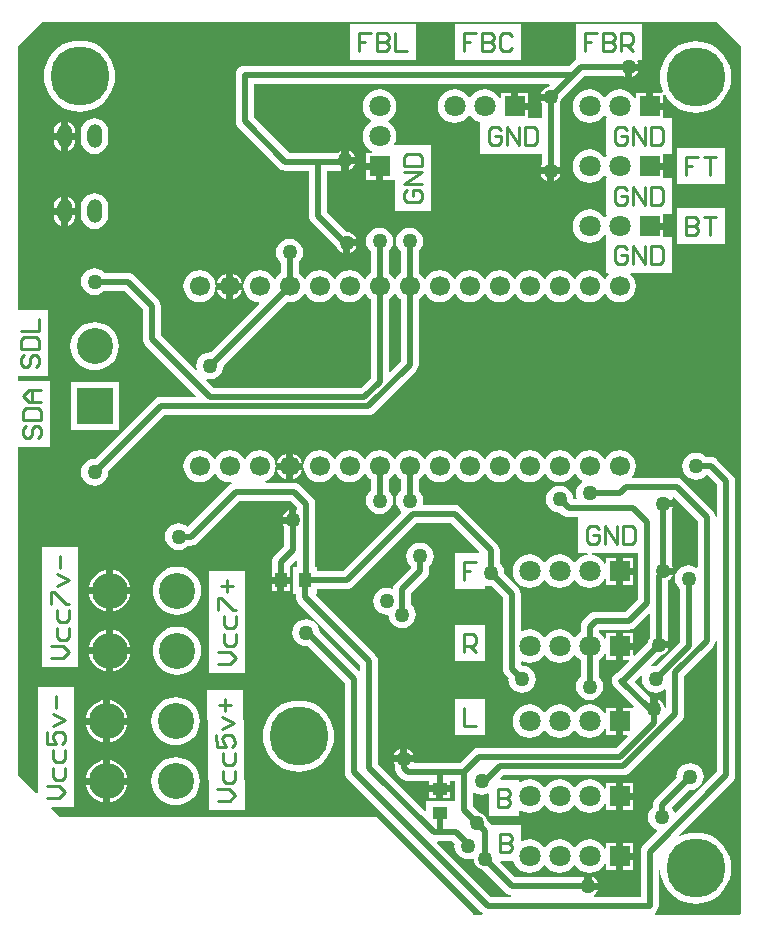
<source format=gtl>
G04 Layer_Physical_Order=1*
G04 Layer_Color=255*
%FSLAX24Y24*%
%MOIN*%
G70*
G01*
G75*
%ADD10R,0.0500X0.0400*%
%ADD11R,0.0400X0.0500*%
%ADD12C,0.0197*%
%ADD13C,0.0100*%
%ADD14C,0.1200*%
%ADD15R,0.1200X0.1200*%
%ADD16C,0.0669*%
%ADD17C,0.0709*%
%ADD18R,0.0709X0.0709*%
%ADD19R,0.0709X0.0709*%
%ADD20O,0.0500X0.0800*%
%ADD21C,0.1969*%
%ADD22C,0.0500*%
G36*
X9328Y23146D02*
X9309Y23100D01*
X8500D01*
Y21900D01*
X9500D01*
Y22001D01*
X9541Y22029D01*
X9583Y22012D01*
X9700Y21996D01*
X9725Y21999D01*
X10099Y21625D01*
Y19250D01*
X10109Y19172D01*
X10139Y19100D01*
X10187Y19037D01*
X10299Y18925D01*
X10296Y18900D01*
X10312Y18783D01*
X10357Y18673D01*
X10429Y18579D01*
X10523Y18507D01*
X10633Y18462D01*
X10750Y18446D01*
X10867Y18462D01*
X10977Y18507D01*
X11071Y18579D01*
X11143Y18673D01*
X11188Y18783D01*
X11204Y18900D01*
X11188Y19017D01*
X11143Y19127D01*
X11071Y19221D01*
X10977Y19293D01*
X10867Y19338D01*
X10750Y19354D01*
X10742Y19353D01*
X10701Y19390D01*
Y19470D01*
X10751Y19503D01*
X10855Y19460D01*
X11000Y19441D01*
X11145Y19460D01*
X11280Y19516D01*
X11395Y19605D01*
X11470Y19701D01*
X11478Y19705D01*
X11522D01*
X11530Y19701D01*
X11605Y19605D01*
X11720Y19516D01*
X11855Y19460D01*
X12000Y19441D01*
X12145Y19460D01*
X12280Y19516D01*
X12395Y19605D01*
X12470Y19701D01*
X12478Y19705D01*
X12522D01*
X12530Y19701D01*
X12605Y19605D01*
X12699Y19532D01*
Y18986D01*
X12679Y18971D01*
X12607Y18877D01*
X12562Y18767D01*
X12546Y18650D01*
X12562Y18533D01*
X12607Y18423D01*
X12679Y18329D01*
X12773Y18257D01*
X12883Y18212D01*
X13000Y18196D01*
X13117Y18212D01*
X13227Y18257D01*
X13321Y18329D01*
X13393Y18423D01*
X13438Y18533D01*
X13454Y18650D01*
X13438Y18767D01*
X13393Y18877D01*
X13321Y18971D01*
X13301Y18986D01*
Y19532D01*
X13395Y19605D01*
X13484Y19720D01*
X13496Y19748D01*
X13546Y19738D01*
Y19546D01*
X13880D01*
Y20000D01*
Y20454D01*
X13546D01*
Y20262D01*
X13496Y20252D01*
X13484Y20280D01*
X13395Y20395D01*
X13301Y20468D01*
Y20525D01*
X13325Y20549D01*
X14300D01*
X14378Y20559D01*
X14451Y20589D01*
X14513Y20637D01*
X14953Y21077D01*
X14999Y21058D01*
Y20233D01*
X14994Y20227D01*
X14959Y20141D01*
X14958Y20134D01*
X14501Y19676D01*
X14454Y19695D01*
Y19880D01*
X14120D01*
Y19546D01*
X14305D01*
X14324Y19499D01*
X13960Y19136D01*
X13900Y19111D01*
X13837Y19063D01*
X13789Y19001D01*
X13759Y18928D01*
X13749Y18850D01*
X13759Y18772D01*
X13789Y18700D01*
X13837Y18637D01*
X14481Y17993D01*
X14449Y17954D01*
X14120D01*
Y17500D01*
Y17046D01*
X14255D01*
X14274Y16999D01*
X13875Y16601D01*
X9300D01*
X9222Y16591D01*
X9150Y16561D01*
X9087Y16513D01*
X8675Y16101D01*
X7162D01*
X7143Y16130D01*
X6471D01*
X6494Y16073D01*
X6499Y16067D01*
Y15950D01*
X6509Y15872D01*
X6539Y15799D01*
X6587Y15737D01*
X6737Y15587D01*
X6799Y15539D01*
X6872Y15509D01*
X6950Y15499D01*
X7650D01*
Y15370D01*
X8350D01*
Y15499D01*
X8499D01*
Y14852D01*
X8450Y14850D01*
X8450Y14850D01*
X8450Y14850D01*
X7550D01*
Y14541D01*
X7504Y14522D01*
X5951Y16075D01*
Y19500D01*
X5941Y19578D01*
X5911Y19650D01*
X5863Y19713D01*
X3872Y21704D01*
X3891Y21750D01*
X3900D01*
Y21899D01*
X4900D01*
X4978Y21909D01*
X5051Y21939D01*
X5113Y21987D01*
X7225Y24099D01*
X8375D01*
X9328Y23146D01*
D02*
G37*
G36*
X16599Y24175D02*
Y22644D01*
X16554Y22622D01*
X16527Y22643D01*
X16417Y22688D01*
X16300Y22704D01*
X16183Y22688D01*
X16073Y22643D01*
X15979Y22571D01*
X15907Y22477D01*
X15862Y22367D01*
X15846Y22250D01*
X15862Y22133D01*
X15907Y22023D01*
X15979Y21929D01*
X15999Y21914D01*
Y20125D01*
X15225Y19351D01*
X15200Y19354D01*
X15085Y19339D01*
X15081Y19342D01*
X15061Y19386D01*
X15384Y19708D01*
X15391Y19709D01*
X15477Y19744D01*
X15550Y19800D01*
X15606Y19873D01*
X15629Y19930D01*
X15300D01*
Y20170D01*
X15629D01*
X15606Y20227D01*
X15601Y20233D01*
Y22184D01*
X15627Y22194D01*
X15700Y22250D01*
X15756Y22323D01*
X15779Y22380D01*
X15450D01*
Y22620D01*
X15779D01*
X15756Y22677D01*
X15751Y22683D01*
Y24567D01*
X15756Y24573D01*
X15779Y24630D01*
X15450D01*
Y24870D01*
X15779D01*
X15760Y24917D01*
X15770Y24950D01*
X15784Y24972D01*
X15800Y24974D01*
X16599Y24175D01*
D02*
G37*
G36*
X12533Y25730D02*
X12619Y25619D01*
X12730Y25533D01*
X12739Y25530D01*
X12746Y25472D01*
X12679Y25421D01*
X12607Y25327D01*
X12562Y25217D01*
X12546Y25100D01*
X12562Y24983D01*
X12578Y24943D01*
X12550Y24901D01*
X12454D01*
X12438Y25017D01*
X12393Y25127D01*
X12321Y25221D01*
X12227Y25293D01*
X12117Y25338D01*
X12000Y25354D01*
X11883Y25338D01*
X11773Y25293D01*
X11679Y25221D01*
X11607Y25127D01*
X11562Y25017D01*
X11546Y24900D01*
X11562Y24783D01*
X11607Y24673D01*
X11679Y24579D01*
X11773Y24507D01*
X11883Y24462D01*
X12000Y24446D01*
X12025Y24449D01*
X12087Y24387D01*
X12149Y24339D01*
X12222Y24309D01*
X12300Y24299D01*
X12600D01*
Y23100D01*
X12928D01*
X12931Y23050D01*
X12855Y23040D01*
X12720Y22984D01*
X12605Y22895D01*
X12530Y22799D01*
X12522Y22795D01*
X12478D01*
X12470Y22799D01*
X12395Y22895D01*
X12280Y22984D01*
X12145Y23040D01*
X12000Y23059D01*
X11855Y23040D01*
X11720Y22984D01*
X11605Y22895D01*
X11530Y22799D01*
X11522Y22795D01*
X11478D01*
X11470Y22799D01*
X11395Y22895D01*
X11280Y22984D01*
X11145Y23040D01*
X11000Y23059D01*
X10855Y23040D01*
X10720Y22984D01*
X10605Y22895D01*
X10516Y22780D01*
X10460Y22645D01*
X10441Y22500D01*
X10460Y22355D01*
X10516Y22220D01*
X10605Y22105D01*
X10720Y22016D01*
X10855Y21960D01*
X11000Y21941D01*
X11145Y21960D01*
X11280Y22016D01*
X11395Y22105D01*
X11470Y22201D01*
X11478Y22205D01*
X11522D01*
X11530Y22201D01*
X11605Y22105D01*
X11720Y22016D01*
X11855Y21960D01*
X12000Y21941D01*
X12145Y21960D01*
X12280Y22016D01*
X12395Y22105D01*
X12470Y22201D01*
X12478Y22205D01*
X12522D01*
X12530Y22201D01*
X12605Y22105D01*
X12720Y22016D01*
X12855Y21960D01*
X13000Y21941D01*
X13145Y21960D01*
X13280Y22016D01*
X13395Y22105D01*
X13484Y22220D01*
X13496Y22248D01*
X13546Y22238D01*
Y22046D01*
X13880D01*
Y22500D01*
Y22954D01*
X13546D01*
Y22762D01*
X13496Y22752D01*
X13484Y22780D01*
X13395Y22895D01*
X13280Y22984D01*
X13145Y23040D01*
X13069Y23050D01*
X13073Y23100D01*
X14599D01*
Y21575D01*
X14175Y21151D01*
X13200D01*
X13122Y21141D01*
X13049Y21111D01*
X12987Y21063D01*
X12787Y20863D01*
X12739Y20800D01*
X12709Y20728D01*
X12699Y20650D01*
Y20468D01*
X12605Y20395D01*
X12530Y20299D01*
X12522Y20295D01*
X12478D01*
X12470Y20299D01*
X12395Y20395D01*
X12280Y20484D01*
X12145Y20540D01*
X12000Y20559D01*
X11855Y20540D01*
X11720Y20484D01*
X11605Y20395D01*
X11530Y20299D01*
X11522Y20295D01*
X11478D01*
X11470Y20299D01*
X11395Y20395D01*
X11280Y20484D01*
X11145Y20540D01*
X11000Y20559D01*
X10855Y20540D01*
X10751Y20497D01*
X10701Y20530D01*
Y21750D01*
X10691Y21828D01*
X10661Y21900D01*
X10613Y21963D01*
X10151Y22425D01*
X10154Y22450D01*
X10138Y22567D01*
X10093Y22677D01*
X10021Y22771D01*
X10001Y22786D01*
Y23200D01*
X9991Y23278D01*
X9961Y23351D01*
X9913Y23413D01*
X8713Y24613D01*
X8651Y24661D01*
X8578Y24691D01*
X8500Y24701D01*
X7474D01*
X7441Y24751D01*
X7454Y24850D01*
X7438Y24967D01*
X7393Y25077D01*
X7321Y25171D01*
X7301Y25186D01*
Y25557D01*
X7381Y25619D01*
X7467Y25730D01*
X7475Y25750D01*
X7525D01*
X7533Y25730D01*
X7619Y25619D01*
X7730Y25533D01*
X7860Y25479D01*
X8000Y25461D01*
X8140Y25479D01*
X8270Y25533D01*
X8381Y25619D01*
X8467Y25730D01*
X8475Y25750D01*
X8525D01*
X8533Y25730D01*
X8619Y25619D01*
X8730Y25533D01*
X8860Y25479D01*
X9000Y25461D01*
X9140Y25479D01*
X9270Y25533D01*
X9381Y25619D01*
X9467Y25730D01*
X9475Y25750D01*
X9525D01*
X9533Y25730D01*
X9619Y25619D01*
X9730Y25533D01*
X9860Y25479D01*
X10000Y25461D01*
X10140Y25479D01*
X10270Y25533D01*
X10381Y25619D01*
X10467Y25730D01*
X10475Y25750D01*
X10525D01*
X10533Y25730D01*
X10619Y25619D01*
X10730Y25533D01*
X10860Y25479D01*
X11000Y25461D01*
X11140Y25479D01*
X11270Y25533D01*
X11381Y25619D01*
X11467Y25730D01*
X11475Y25750D01*
X11525D01*
X11533Y25730D01*
X11619Y25619D01*
X11730Y25533D01*
X11860Y25479D01*
X12000Y25461D01*
X12140Y25479D01*
X12270Y25533D01*
X12381Y25619D01*
X12467Y25730D01*
X12475Y25750D01*
X12525D01*
X12533Y25730D01*
D02*
G37*
G36*
X14758Y19019D02*
X14761Y19015D01*
X14746Y18900D01*
X14762Y18783D01*
X14807Y18673D01*
X14879Y18579D01*
X14973Y18507D01*
X15083Y18462D01*
X15200Y18446D01*
X15317Y18462D01*
X15427Y18507D01*
X15499Y18562D01*
X15549Y18538D01*
Y17934D01*
X15499Y17931D01*
X15491Y17991D01*
X15456Y18077D01*
X15400Y18150D01*
X15327Y18206D01*
X15270Y18229D01*
Y17900D01*
X15030D01*
Y18296D01*
X14526Y18800D01*
Y18850D01*
X14714Y19039D01*
X14758Y19019D01*
D02*
G37*
G36*
X18050Y40000D02*
Y39950D01*
Y11100D01*
X18000Y11050D01*
X15181D01*
X15164Y11100D01*
X15213Y11137D01*
X15261Y11200D01*
X15291Y11272D01*
X15301Y11350D01*
Y12552D01*
X15351Y12554D01*
X15362Y12413D01*
X15406Y12231D01*
X15477Y12059D01*
X15574Y11900D01*
X15695Y11758D01*
X15837Y11637D01*
X15996Y11540D01*
X16168Y11469D01*
X16350Y11425D01*
X16535Y11411D01*
X16721Y11425D01*
X16903Y11469D01*
X17075Y11540D01*
X17234Y11637D01*
X17375Y11758D01*
X17496Y11900D01*
X17594Y12059D01*
X17665Y12231D01*
X17709Y12413D01*
X17723Y12598D01*
X17709Y12784D01*
X17665Y12966D01*
X17594Y13138D01*
X17496Y13297D01*
X17375Y13438D01*
X17234Y13559D01*
X17075Y13657D01*
X16903Y13728D01*
X16721Y13772D01*
X16535Y13786D01*
X16350Y13772D01*
X16168Y13728D01*
X16008Y13662D01*
X15980Y13704D01*
X17763Y15487D01*
X17811Y15549D01*
X17841Y15622D01*
X17851Y15700D01*
Y25500D01*
X17841Y25578D01*
X17811Y25650D01*
X17763Y25713D01*
X17263Y26213D01*
X17200Y26261D01*
X17128Y26291D01*
X17050Y26301D01*
X16886D01*
X16871Y26321D01*
X16777Y26393D01*
X16667Y26438D01*
X16550Y26454D01*
X16433Y26438D01*
X16323Y26393D01*
X16229Y26321D01*
X16157Y26227D01*
X16112Y26117D01*
X16096Y26000D01*
X16112Y25883D01*
X16157Y25773D01*
X16229Y25679D01*
X16323Y25607D01*
X16433Y25562D01*
X16550Y25546D01*
X16667Y25562D01*
X16777Y25607D01*
X16871Y25679D01*
X16879Y25690D01*
X16932Y25692D01*
X17249Y25375D01*
Y24318D01*
X17199Y24315D01*
X17191Y24378D01*
X17161Y24451D01*
X17113Y24513D01*
X16113Y25513D01*
X16050Y25561D01*
X15978Y25591D01*
X15900Y25601D01*
X14431D01*
X14406Y25651D01*
X14467Y25730D01*
X14521Y25860D01*
X14539Y26000D01*
X14521Y26140D01*
X14467Y26270D01*
X14381Y26381D01*
X14270Y26467D01*
X14140Y26521D01*
X14000Y26539D01*
X13860Y26521D01*
X13730Y26467D01*
X13619Y26381D01*
X13533Y26270D01*
X13525Y26250D01*
X13475D01*
X13467Y26270D01*
X13381Y26381D01*
X13270Y26467D01*
X13140Y26521D01*
X13000Y26539D01*
X12860Y26521D01*
X12730Y26467D01*
X12619Y26381D01*
X12533Y26270D01*
X12525Y26250D01*
X12475D01*
X12467Y26270D01*
X12381Y26381D01*
X12270Y26467D01*
X12140Y26521D01*
X12000Y26539D01*
X11860Y26521D01*
X11730Y26467D01*
X11619Y26381D01*
X11533Y26270D01*
X11525Y26250D01*
X11475D01*
X11467Y26270D01*
X11381Y26381D01*
X11270Y26467D01*
X11140Y26521D01*
X11000Y26539D01*
X10860Y26521D01*
X10730Y26467D01*
X10619Y26381D01*
X10533Y26270D01*
X10525Y26250D01*
X10475D01*
X10467Y26270D01*
X10381Y26381D01*
X10270Y26467D01*
X10140Y26521D01*
X10000Y26539D01*
X9860Y26521D01*
X9730Y26467D01*
X9619Y26381D01*
X9533Y26270D01*
X9525Y26250D01*
X9475D01*
X9467Y26270D01*
X9381Y26381D01*
X9270Y26467D01*
X9140Y26521D01*
X9000Y26539D01*
X8860Y26521D01*
X8730Y26467D01*
X8619Y26381D01*
X8533Y26270D01*
X8525Y26250D01*
X8475D01*
X8467Y26270D01*
X8381Y26381D01*
X8270Y26467D01*
X8140Y26521D01*
X8000Y26539D01*
X7860Y26521D01*
X7730Y26467D01*
X7619Y26381D01*
X7533Y26270D01*
X7525Y26250D01*
X7475D01*
X7467Y26270D01*
X7381Y26381D01*
X7270Y26467D01*
X7140Y26521D01*
X7000Y26539D01*
X6860Y26521D01*
X6730Y26467D01*
X6619Y26381D01*
X6533Y26270D01*
X6525Y26250D01*
X6475D01*
X6467Y26270D01*
X6381Y26381D01*
X6270Y26467D01*
X6140Y26521D01*
X6000Y26539D01*
X5860Y26521D01*
X5730Y26467D01*
X5619Y26381D01*
X5533Y26270D01*
X5525Y26250D01*
X5475D01*
X5467Y26270D01*
X5381Y26381D01*
X5270Y26467D01*
X5140Y26521D01*
X5000Y26539D01*
X4860Y26521D01*
X4730Y26467D01*
X4619Y26381D01*
X4533Y26270D01*
X4525Y26250D01*
X4475D01*
X4467Y26270D01*
X4381Y26381D01*
X4270Y26467D01*
X4140Y26521D01*
X4000Y26539D01*
X3860Y26521D01*
X3730Y26467D01*
X3619Y26381D01*
X3533Y26270D01*
X3479Y26140D01*
X3475Y26107D01*
X3475D01*
X3461Y26000D01*
X3475Y25893D01*
X3475D01*
X3479Y25860D01*
X3533Y25730D01*
X3619Y25619D01*
X3730Y25533D01*
X3860Y25479D01*
X4000Y25461D01*
X4140Y25479D01*
X4270Y25533D01*
X4381Y25619D01*
X4467Y25730D01*
X4475Y25750D01*
X4525D01*
X4533Y25730D01*
X4619Y25619D01*
X4730Y25533D01*
X4860Y25479D01*
X5000Y25461D01*
X5140Y25479D01*
X5270Y25533D01*
X5381Y25619D01*
X5467Y25730D01*
X5475Y25750D01*
X5525D01*
X5533Y25730D01*
X5619Y25619D01*
X5699Y25557D01*
Y25186D01*
X5679Y25171D01*
X5607Y25077D01*
X5562Y24967D01*
X5546Y24850D01*
X5562Y24733D01*
X5607Y24623D01*
X5679Y24529D01*
X5773Y24457D01*
X5883Y24412D01*
X6000Y24396D01*
X6117Y24412D01*
X6227Y24457D01*
X6321Y24529D01*
X6393Y24623D01*
X6438Y24733D01*
X6454Y24850D01*
X6438Y24967D01*
X6393Y25077D01*
X6321Y25171D01*
X6301Y25186D01*
Y25557D01*
X6381Y25619D01*
X6467Y25730D01*
X6475Y25750D01*
X6525D01*
X6533Y25730D01*
X6619Y25619D01*
X6699Y25557D01*
Y25186D01*
X6679Y25171D01*
X6607Y25077D01*
X6562Y24967D01*
X6546Y24850D01*
X6562Y24733D01*
X6607Y24623D01*
X6679Y24529D01*
X6719Y24498D01*
X6723Y24448D01*
X4775Y22501D01*
X3900D01*
Y22650D01*
X3849D01*
Y24752D01*
X3839Y24829D01*
X3809Y24902D01*
X3761Y24964D01*
X3363Y25363D01*
X3300Y25411D01*
X3228Y25441D01*
X3150Y25451D01*
X2202D01*
X2192Y25501D01*
X2270Y25533D01*
X2381Y25619D01*
X2467Y25730D01*
X2521Y25860D01*
X2525Y25893D01*
X2525D01*
X2539Y26000D01*
X2525Y26107D01*
X2525D01*
X2521Y26140D01*
X2467Y26270D01*
X2381Y26381D01*
X2270Y26467D01*
X2140Y26521D01*
X2000Y26539D01*
X1860Y26521D01*
X1730Y26467D01*
X1619Y26381D01*
X1533Y26270D01*
X1525Y26250D01*
X1475D01*
X1467Y26270D01*
X1381Y26381D01*
X1270Y26467D01*
X1140Y26521D01*
X1000Y26539D01*
X860Y26521D01*
X730Y26467D01*
X619Y26381D01*
X533Y26270D01*
X525Y26250D01*
X475D01*
X467Y26270D01*
X381Y26381D01*
X270Y26467D01*
X140Y26521D01*
X0Y26539D01*
X-140Y26521D01*
X-270Y26467D01*
X-381Y26381D01*
X-467Y26270D01*
X-521Y26140D01*
X-539Y26000D01*
X-521Y25860D01*
X-467Y25730D01*
X-381Y25619D01*
X-270Y25533D01*
X-140Y25479D01*
X0Y25461D01*
X140Y25479D01*
X270Y25533D01*
X381Y25619D01*
X467Y25730D01*
X475Y25750D01*
X525D01*
X533Y25730D01*
X619Y25619D01*
X730Y25533D01*
X860Y25479D01*
X1000Y25461D01*
X1058Y25468D01*
X1071Y25420D01*
X1050Y25411D01*
X987Y25363D01*
X-394Y23982D01*
X-473Y24043D01*
X-583Y24088D01*
X-700Y24104D01*
X-817Y24088D01*
X-927Y24043D01*
X-1021Y23971D01*
X-1093Y23877D01*
X-1138Y23767D01*
X-1154Y23650D01*
X-1138Y23533D01*
X-1093Y23423D01*
X-1021Y23329D01*
X-927Y23257D01*
X-817Y23212D01*
X-700Y23196D01*
X-583Y23212D01*
X-473Y23257D01*
X-379Y23329D01*
X-364Y23349D01*
X-300D01*
X-222Y23359D01*
X-149Y23389D01*
X-87Y23437D01*
X1325Y24849D01*
X3025D01*
X3247Y24627D01*
Y24563D01*
X3220Y24544D01*
Y24200D01*
X3100D01*
Y24080D01*
X2771D01*
X2794Y24023D01*
X2799Y24017D01*
Y23325D01*
X2487Y23013D01*
X2439Y22950D01*
X2409Y22878D01*
X2399Y22800D01*
Y22320D01*
X3001D01*
Y22675D01*
X3201Y22876D01*
X3247Y22856D01*
Y22650D01*
X3100D01*
Y21750D01*
X3199D01*
Y21650D01*
X3209Y21572D01*
X3239Y21500D01*
X3287Y21437D01*
X5349Y19375D01*
Y19192D01*
X5303Y19173D01*
X4001Y20475D01*
X3988Y20567D01*
X3943Y20677D01*
X3871Y20771D01*
X3777Y20843D01*
X3667Y20888D01*
X3550Y20904D01*
X3433Y20888D01*
X3323Y20843D01*
X3229Y20771D01*
X3157Y20677D01*
X3112Y20567D01*
X3096Y20450D01*
X3112Y20333D01*
X3157Y20223D01*
X3229Y20129D01*
X3323Y20057D01*
X3433Y20012D01*
X3550Y19996D01*
X3619Y20005D01*
X4849Y18775D01*
Y15800D01*
X4859Y15722D01*
X4889Y15649D01*
X4937Y15587D01*
X9387Y11137D01*
X9436Y11100D01*
X9419Y11050D01*
X9150D01*
X5900Y14300D01*
X-4700D01*
Y14350D01*
X-4954Y14604D01*
X-4935Y14650D01*
X-4200D01*
Y18649D01*
X-5400D01*
Y15115D01*
X-5446Y15096D01*
X-6050Y15700D01*
Y26650D01*
X-5000D01*
Y28849D01*
X-6050D01*
Y29000D01*
X-5050D01*
Y31199D01*
X-6050D01*
Y40000D01*
X-5250Y40800D01*
X17250D01*
X18050Y40000D01*
D02*
G37*
G36*
X8505Y13419D02*
X8496Y13350D01*
X8512Y13233D01*
X8557Y13123D01*
X8629Y13029D01*
X8723Y12957D01*
X8833Y12912D01*
X8950Y12896D01*
X9067Y12912D01*
X9107Y12928D01*
X9148Y12891D01*
X9159Y12809D01*
X9194Y12723D01*
X9250Y12650D01*
X9323Y12594D01*
X9409Y12559D01*
X9416Y12558D01*
X10187Y11787D01*
X10250Y11739D01*
X10322Y11709D01*
X10385Y11701D01*
X10382Y11651D01*
X9725D01*
X7923Y13453D01*
X7942Y13499D01*
X8425D01*
X8505Y13419D01*
D02*
G37*
G36*
X17249Y20162D02*
Y15825D01*
X15878Y14453D01*
X15819Y14465D01*
X15793Y14527D01*
X15732Y14606D01*
X16325Y15199D01*
X16350Y15196D01*
X16467Y15212D01*
X16577Y15257D01*
X16671Y15329D01*
X16743Y15423D01*
X16788Y15533D01*
X16804Y15650D01*
X16788Y15767D01*
X16743Y15877D01*
X16671Y15971D01*
X16577Y16043D01*
X16467Y16088D01*
X16350Y16104D01*
X16233Y16088D01*
X16123Y16043D01*
X16029Y15971D01*
X15957Y15877D01*
X15912Y15767D01*
X15896Y15650D01*
X15899Y15625D01*
X15187Y14913D01*
X15139Y14850D01*
X15109Y14778D01*
X15099Y14700D01*
Y14636D01*
X15079Y14621D01*
X15007Y14527D01*
X14962Y14417D01*
X14946Y14300D01*
X14962Y14183D01*
X15007Y14073D01*
X15079Y13979D01*
X15173Y13907D01*
X15235Y13881D01*
X15247Y13822D01*
X14787Y13363D01*
X14739Y13300D01*
X14709Y13228D01*
X14699Y13150D01*
Y11651D01*
X13149D01*
X13141Y11666D01*
X13135Y11701D01*
X13200Y11750D01*
X13256Y11823D01*
X13279Y11880D01*
X12950D01*
Y12000D01*
X12830D01*
Y12329D01*
X12773Y12306D01*
X12767Y12301D01*
X10525D01*
X10022Y12804D01*
X10041Y12850D01*
X10462D01*
X10516Y12720D01*
X10605Y12605D01*
X10720Y12516D01*
X10855Y12460D01*
X11000Y12441D01*
X11145Y12460D01*
X11280Y12516D01*
X11395Y12605D01*
X11470Y12701D01*
X11478Y12705D01*
X11522D01*
X11530Y12701D01*
X11605Y12605D01*
X11720Y12516D01*
X11855Y12460D01*
X12000Y12441D01*
X12145Y12460D01*
X12280Y12516D01*
X12395Y12605D01*
X12470Y12701D01*
X12478Y12705D01*
X12522D01*
X12530Y12701D01*
X12605Y12605D01*
X12720Y12516D01*
X12855Y12460D01*
X13000Y12441D01*
X13145Y12460D01*
X13280Y12516D01*
X13395Y12605D01*
X13484Y12720D01*
X13496Y12748D01*
X13546Y12738D01*
Y12546D01*
X13880D01*
Y13000D01*
Y13454D01*
X13546D01*
Y13262D01*
X13496Y13252D01*
X13484Y13280D01*
X13395Y13395D01*
X13280Y13484D01*
X13145Y13540D01*
X13000Y13559D01*
X12855Y13540D01*
X12720Y13484D01*
X12605Y13395D01*
X12530Y13299D01*
X12522Y13295D01*
X12478D01*
X12470Y13299D01*
X12395Y13395D01*
X12280Y13484D01*
X12145Y13540D01*
X12000Y13559D01*
X11855Y13540D01*
X11720Y13484D01*
X11605Y13395D01*
X11530Y13299D01*
X11522Y13295D01*
X11478D01*
X11470Y13299D01*
X11395Y13395D01*
X11280Y13484D01*
X11145Y13540D01*
X11000Y13559D01*
X10855Y13540D01*
X10750Y13496D01*
X10700Y13529D01*
Y14050D01*
X9723D01*
X9713Y14063D01*
X9592Y14184D01*
X9591Y14191D01*
X9556Y14277D01*
X9500Y14350D01*
X9427Y14406D01*
X9341Y14441D01*
X9334Y14442D01*
X9101Y14675D01*
Y15106D01*
X9146Y15128D01*
X9173Y15107D01*
X9283Y15062D01*
X9400Y15046D01*
X9517Y15062D01*
X9600Y15096D01*
X9650Y15065D01*
Y14350D01*
X10650D01*
Y14513D01*
X10695Y14536D01*
X10720Y14516D01*
X10855Y14460D01*
X11000Y14441D01*
X11145Y14460D01*
X11280Y14516D01*
X11395Y14605D01*
X11470Y14701D01*
X11478Y14705D01*
X11522D01*
X11530Y14701D01*
X11605Y14605D01*
X11720Y14516D01*
X11855Y14460D01*
X12000Y14441D01*
X12145Y14460D01*
X12280Y14516D01*
X12395Y14605D01*
X12470Y14701D01*
X12478Y14705D01*
X12522D01*
X12530Y14701D01*
X12605Y14605D01*
X12720Y14516D01*
X12855Y14460D01*
X13000Y14441D01*
X13145Y14460D01*
X13280Y14516D01*
X13395Y14605D01*
X13484Y14720D01*
X13496Y14748D01*
X13546Y14738D01*
Y14546D01*
X13880D01*
Y15000D01*
Y15454D01*
X13546D01*
Y15262D01*
X13496Y15252D01*
X13484Y15280D01*
X13395Y15395D01*
X13280Y15484D01*
X13145Y15540D01*
X13000Y15559D01*
X12855Y15540D01*
X12720Y15484D01*
X12605Y15395D01*
X12530Y15299D01*
X12522Y15295D01*
X12478D01*
X12470Y15299D01*
X12395Y15395D01*
X12280Y15484D01*
X12145Y15540D01*
X12000Y15559D01*
X11855Y15540D01*
X11720Y15484D01*
X11605Y15395D01*
X11530Y15299D01*
X11522Y15295D01*
X11478D01*
X11470Y15299D01*
X11395Y15395D01*
X11280Y15484D01*
X11145Y15540D01*
X11000Y15559D01*
X10855Y15540D01*
X10720Y15484D01*
X10695Y15464D01*
X10650Y15487D01*
Y15550D01*
X10041D01*
X10022Y15596D01*
X10128Y15702D01*
X14123D01*
X14201Y15712D01*
X14273Y15742D01*
X14336Y15790D01*
X16063Y17517D01*
X16111Y17580D01*
X16141Y17652D01*
X16151Y17730D01*
Y19006D01*
X17113Y19967D01*
X17161Y20030D01*
X17191Y20102D01*
X17199Y20165D01*
X17249Y20162D01*
D02*
G37*
%LPC*%
G36*
X-4050Y23299D02*
X-5250D01*
Y19300D01*
X-4050D01*
Y23299D01*
D02*
G37*
G36*
X9500Y20700D02*
X8500D01*
Y19500D01*
X9500D01*
Y20700D01*
D02*
G37*
G36*
X-2308Y19730D02*
X-2880D01*
Y19158D01*
X-2863Y19160D01*
X-2731Y19200D01*
X-2609Y19265D01*
X-2503Y19353D01*
X-2415Y19459D01*
X-2350Y19581D01*
X-2310Y19713D01*
X-2308Y19730D01*
D02*
G37*
G36*
X-750Y20654D02*
X-907Y20638D01*
X-1058Y20593D01*
X-1197Y20518D01*
X-1318Y20418D01*
X-1418Y20297D01*
X-1493Y20158D01*
X-1538Y20007D01*
X-1554Y19850D01*
X-1538Y19693D01*
X-1493Y19542D01*
X-1418Y19403D01*
X-1318Y19282D01*
X-1197Y19182D01*
X-1058Y19107D01*
X-907Y19062D01*
X-750Y19046D01*
X-593Y19062D01*
X-442Y19107D01*
X-303Y19182D01*
X-182Y19282D01*
X-82Y19403D01*
X-7Y19542D01*
X38Y19693D01*
X54Y19850D01*
X38Y20007D01*
X-7Y20158D01*
X-82Y20297D01*
X-182Y20418D01*
X-303Y20518D01*
X-442Y20593D01*
X-593Y20638D01*
X-750Y20654D01*
D02*
G37*
G36*
X13000Y18059D02*
X12855Y18040D01*
X12720Y17984D01*
X12605Y17895D01*
X12530Y17799D01*
X12522Y17795D01*
X12478D01*
X12470Y17799D01*
X12395Y17895D01*
X12280Y17984D01*
X12145Y18040D01*
X12000Y18059D01*
X11855Y18040D01*
X11720Y17984D01*
X11605Y17895D01*
X11530Y17799D01*
X11522Y17795D01*
X11478D01*
X11470Y17799D01*
X11395Y17895D01*
X11280Y17984D01*
X11145Y18040D01*
X11000Y18059D01*
X10855Y18040D01*
X10720Y17984D01*
X10605Y17895D01*
X10516Y17780D01*
X10460Y17645D01*
X10441Y17500D01*
X10460Y17355D01*
X10516Y17220D01*
X10605Y17105D01*
X10720Y17016D01*
X10855Y16960D01*
X11000Y16941D01*
X11145Y16960D01*
X11280Y17016D01*
X11395Y17105D01*
X11470Y17201D01*
X11478Y17205D01*
X11522D01*
X11530Y17201D01*
X11605Y17105D01*
X11720Y17016D01*
X11855Y16960D01*
X12000Y16941D01*
X12145Y16960D01*
X12280Y17016D01*
X12395Y17105D01*
X12470Y17201D01*
X12478Y17205D01*
X12522D01*
X12530Y17201D01*
X12605Y17105D01*
X12720Y17016D01*
X12855Y16960D01*
X13000Y16941D01*
X13145Y16960D01*
X13280Y17016D01*
X13395Y17105D01*
X13484Y17220D01*
X13496Y17248D01*
X13546Y17238D01*
Y17046D01*
X13880D01*
Y17500D01*
Y17954D01*
X13546D01*
Y17762D01*
X13496Y17752D01*
X13484Y17780D01*
X13395Y17895D01*
X13280Y17984D01*
X13145Y18040D01*
X13000Y18059D01*
D02*
G37*
G36*
X-3120Y19730D02*
X-3692D01*
X-3690Y19713D01*
X-3650Y19581D01*
X-3585Y19459D01*
X-3497Y19353D01*
X-3391Y19265D01*
X-3269Y19200D01*
X-3137Y19160D01*
X-3120Y19158D01*
Y19730D01*
D02*
G37*
G36*
X1500Y22499D02*
X300D01*
Y19100D01*
X1500D01*
Y22499D01*
D02*
G37*
G36*
X-3120Y20542D02*
X-3137Y20540D01*
X-3269Y20500D01*
X-3391Y20435D01*
X-3497Y20347D01*
X-3585Y20241D01*
X-3650Y20119D01*
X-3690Y19987D01*
X-3692Y19970D01*
X-3120D01*
Y20542D01*
D02*
G37*
G36*
X3000Y22080D02*
X2820D01*
Y21850D01*
X3000D01*
Y22080D01*
D02*
G37*
G36*
X2580D02*
X2400D01*
Y21850D01*
X2580D01*
Y22080D01*
D02*
G37*
G36*
X-3120Y22542D02*
X-3137Y22540D01*
X-3269Y22500D01*
X-3391Y22435D01*
X-3497Y22347D01*
X-3585Y22241D01*
X-3650Y22119D01*
X-3690Y21987D01*
X-3692Y21970D01*
X-3120D01*
Y22542D01*
D02*
G37*
G36*
X7350Y23454D02*
X7233Y23438D01*
X7123Y23393D01*
X7029Y23321D01*
X6957Y23227D01*
X6912Y23117D01*
X6896Y23000D01*
X6912Y22883D01*
X6957Y22773D01*
X7029Y22679D01*
X7040Y22671D01*
X7042Y22618D01*
X6537Y22113D01*
X6489Y22050D01*
X6459Y21978D01*
X6455Y21945D01*
X6412Y21920D01*
X6367Y21938D01*
X6250Y21954D01*
X6133Y21938D01*
X6023Y21893D01*
X5929Y21821D01*
X5857Y21727D01*
X5812Y21617D01*
X5796Y21500D01*
X5812Y21383D01*
X5857Y21273D01*
X5929Y21179D01*
X6023Y21107D01*
X6133Y21062D01*
X6250Y21046D01*
X6302Y21003D01*
X6312Y20933D01*
X6357Y20823D01*
X6429Y20729D01*
X6523Y20657D01*
X6633Y20612D01*
X6750Y20596D01*
X6867Y20612D01*
X6977Y20657D01*
X7071Y20729D01*
X7143Y20823D01*
X7188Y20933D01*
X7204Y21050D01*
X7188Y21167D01*
X7143Y21277D01*
X7071Y21371D01*
X7051Y21386D01*
Y21775D01*
X7563Y22287D01*
X7611Y22350D01*
X7641Y22422D01*
X7651Y22500D01*
Y22664D01*
X7671Y22679D01*
X7743Y22773D01*
X7788Y22883D01*
X7804Y23000D01*
X7788Y23117D01*
X7743Y23227D01*
X7671Y23321D01*
X7577Y23393D01*
X7467Y23438D01*
X7350Y23454D01*
D02*
G37*
G36*
X-2308Y21730D02*
X-2880D01*
Y21158D01*
X-2863Y21160D01*
X-2731Y21200D01*
X-2609Y21265D01*
X-2503Y21353D01*
X-2415Y21459D01*
X-2350Y21581D01*
X-2310Y21713D01*
X-2308Y21730D01*
D02*
G37*
G36*
X14454Y20454D02*
X14120D01*
Y20120D01*
X14454D01*
Y20454D01*
D02*
G37*
G36*
X-2880Y20542D02*
Y19970D01*
X-2308D01*
X-2310Y19987D01*
X-2350Y20119D01*
X-2415Y20241D01*
X-2503Y20347D01*
X-2609Y20435D01*
X-2731Y20500D01*
X-2863Y20540D01*
X-2880Y20542D01*
D02*
G37*
G36*
X-3120Y21730D02*
X-3692D01*
X-3690Y21713D01*
X-3650Y21581D01*
X-3585Y21459D01*
X-3497Y21353D01*
X-3391Y21265D01*
X-3269Y21200D01*
X-3137Y21160D01*
X-3120Y21158D01*
Y21730D01*
D02*
G37*
G36*
X-750Y22654D02*
X-907Y22638D01*
X-1058Y22593D01*
X-1197Y22518D01*
X-1318Y22418D01*
X-1418Y22297D01*
X-1493Y22158D01*
X-1538Y22007D01*
X-1554Y21850D01*
X-1538Y21693D01*
X-1493Y21542D01*
X-1418Y21403D01*
X-1318Y21282D01*
X-1197Y21182D01*
X-1058Y21107D01*
X-907Y21062D01*
X-750Y21046D01*
X-593Y21062D01*
X-442Y21107D01*
X-303Y21182D01*
X-182Y21282D01*
X-82Y21403D01*
X-7Y21542D01*
X38Y21693D01*
X54Y21850D01*
X38Y22007D01*
X-7Y22158D01*
X-82Y22297D01*
X-182Y22418D01*
X-303Y22518D01*
X-442Y22593D01*
X-593Y22638D01*
X-750Y22654D01*
D02*
G37*
G36*
X-2980Y18192D02*
Y17620D01*
X-2408D01*
X-2410Y17637D01*
X-2450Y17769D01*
X-2515Y17891D01*
X-2603Y17997D01*
X-2709Y18085D01*
X-2831Y18150D01*
X-2963Y18190D01*
X-2980Y18192D01*
D02*
G37*
G36*
X-3220Y15380D02*
X-3792D01*
X-3790Y15363D01*
X-3750Y15231D01*
X-3685Y15109D01*
X-3597Y15003D01*
X-3491Y14915D01*
X-3369Y14850D01*
X-3237Y14810D01*
X-3220Y14808D01*
Y15380D01*
D02*
G37*
G36*
X-800Y16304D02*
X-957Y16288D01*
X-1108Y16243D01*
X-1247Y16168D01*
X-1368Y16068D01*
X-1468Y15947D01*
X-1543Y15808D01*
X-1588Y15657D01*
X-1604Y15500D01*
X-1588Y15343D01*
X-1543Y15192D01*
X-1468Y15053D01*
X-1368Y14932D01*
X-1247Y14832D01*
X-1108Y14757D01*
X-957Y14712D01*
X-800Y14696D01*
X-643Y14712D01*
X-492Y14757D01*
X-353Y14832D01*
X-232Y14932D01*
X-132Y15053D01*
X-57Y15192D01*
X-12Y15343D01*
X4Y15500D01*
X-12Y15657D01*
X-57Y15808D01*
X-132Y15947D01*
X-232Y16068D01*
X-353Y16168D01*
X-492Y16243D01*
X-643Y16288D01*
X-800Y16304D01*
D02*
G37*
G36*
X-2408Y15380D02*
X-2980D01*
Y14808D01*
X-2963Y14810D01*
X-2831Y14850D01*
X-2709Y14915D01*
X-2603Y15003D01*
X-2515Y15109D01*
X-2450Y15231D01*
X-2410Y15363D01*
X-2408Y15380D01*
D02*
G37*
G36*
X8350Y15130D02*
X8120D01*
Y14950D01*
X8350D01*
Y15130D01*
D02*
G37*
G36*
X7880D02*
X7650D01*
Y14950D01*
X7880D01*
Y15130D01*
D02*
G37*
G36*
X14454Y12880D02*
X14120D01*
Y12546D01*
X14454D01*
Y12880D01*
D02*
G37*
G36*
X13070Y12329D02*
Y12120D01*
X13279D01*
X13256Y12177D01*
X13200Y12250D01*
X13127Y12306D01*
X13070Y12329D01*
D02*
G37*
G36*
X14454Y13454D02*
X14120D01*
Y13120D01*
X14454D01*
Y13454D01*
D02*
G37*
G36*
Y14880D02*
X14120D01*
Y14546D01*
X14454D01*
Y14880D01*
D02*
G37*
G36*
X1433Y18554D02*
X233Y18532D01*
X306Y14534D01*
X1505Y14556D01*
X1433Y18554D01*
D02*
G37*
G36*
X14454Y15454D02*
X14120D01*
Y15120D01*
X14454D01*
Y15454D01*
D02*
G37*
G36*
X-3220Y17380D02*
X-3792D01*
X-3790Y17363D01*
X-3750Y17231D01*
X-3685Y17109D01*
X-3597Y17003D01*
X-3491Y16915D01*
X-3369Y16850D01*
X-3237Y16810D01*
X-3220Y16808D01*
Y17380D01*
D02*
G37*
G36*
X-800Y18304D02*
X-957Y18288D01*
X-1108Y18243D01*
X-1247Y18168D01*
X-1368Y18068D01*
X-1468Y17947D01*
X-1543Y17808D01*
X-1588Y17657D01*
X-1604Y17500D01*
X-1588Y17343D01*
X-1543Y17192D01*
X-1468Y17053D01*
X-1368Y16932D01*
X-1247Y16832D01*
X-1108Y16757D01*
X-957Y16712D01*
X-800Y16696D01*
X-643Y16712D01*
X-492Y16757D01*
X-353Y16832D01*
X-232Y16932D01*
X-132Y17053D01*
X-57Y17192D01*
X-12Y17343D01*
X4Y17500D01*
X-12Y17657D01*
X-57Y17808D01*
X-132Y17947D01*
X-232Y18068D01*
X-353Y18168D01*
X-492Y18243D01*
X-643Y18288D01*
X-800Y18304D01*
D02*
G37*
G36*
X-2408Y17380D02*
X-2980D01*
Y16808D01*
X-2963Y16810D01*
X-2831Y16850D01*
X-2709Y16915D01*
X-2603Y17003D01*
X-2515Y17109D01*
X-2450Y17231D01*
X-2410Y17363D01*
X-2408Y17380D01*
D02*
G37*
G36*
X-3220Y18192D02*
X-3237Y18190D01*
X-3369Y18150D01*
X-3491Y18085D01*
X-3597Y17997D01*
X-3685Y17891D01*
X-3750Y17769D01*
X-3790Y17637D01*
X-3792Y17620D01*
X-3220D01*
Y18192D01*
D02*
G37*
G36*
X9500Y18250D02*
X8500D01*
Y17050D01*
X9500D01*
Y18250D01*
D02*
G37*
G36*
X-2980Y16192D02*
Y15620D01*
X-2408D01*
X-2410Y15637D01*
X-2450Y15769D01*
X-2515Y15891D01*
X-2603Y15997D01*
X-2709Y16085D01*
X-2831Y16150D01*
X-2963Y16190D01*
X-2980Y16192D01*
D02*
G37*
G36*
X-3220D02*
X-3237Y16190D01*
X-3369Y16150D01*
X-3491Y16085D01*
X-3597Y15997D01*
X-3685Y15891D01*
X-3750Y15769D01*
X-3790Y15637D01*
X-3792Y15620D01*
X-3220D01*
Y16192D01*
D02*
G37*
G36*
X3300Y18188D02*
X3114Y18173D01*
X2933Y18130D01*
X2761Y18058D01*
X2602Y17961D01*
X2460Y17840D01*
X2339Y17698D01*
X2242Y17539D01*
X2170Y17367D01*
X2127Y17186D01*
X2112Y17000D01*
X2127Y16814D01*
X2170Y16633D01*
X2242Y16461D01*
X2339Y16302D01*
X2460Y16160D01*
X2602Y16039D01*
X2761Y15942D01*
X2933Y15870D01*
X3114Y15827D01*
X3300Y15812D01*
X3486Y15827D01*
X3667Y15870D01*
X3839Y15942D01*
X3998Y16039D01*
X4140Y16160D01*
X4261Y16302D01*
X4358Y16461D01*
X4430Y16633D01*
X4473Y16814D01*
X4488Y17000D01*
X4473Y17186D01*
X4430Y17367D01*
X4358Y17539D01*
X4261Y17698D01*
X4140Y17840D01*
X3998Y17961D01*
X3839Y18058D01*
X3667Y18130D01*
X3486Y18173D01*
X3300Y18188D01*
D02*
G37*
G36*
X6920Y16579D02*
Y16370D01*
X7129D01*
X7106Y16427D01*
X7050Y16500D01*
X6977Y16556D01*
X6920Y16579D01*
D02*
G37*
G36*
X6680D02*
X6623Y16556D01*
X6550Y16500D01*
X6494Y16427D01*
X6471Y16370D01*
X6680D01*
Y16579D01*
D02*
G37*
G36*
X5179Y36080D02*
X4970D01*
Y35871D01*
X5027Y35894D01*
X5100Y35950D01*
X5156Y36023D01*
X5179Y36080D01*
D02*
G37*
G36*
X5880Y35880D02*
X5546D01*
Y35546D01*
X5880D01*
Y35880D01*
D02*
G37*
G36*
X4970Y36529D02*
Y36320D01*
X5179D01*
X5156Y36377D01*
X5100Y36450D01*
X5027Y36506D01*
X4970Y36529D01*
D02*
G37*
G36*
X-4620Y36880D02*
X-4853D01*
Y36850D01*
X-4841Y36759D01*
X-4806Y36673D01*
X-4750Y36600D01*
X-4677Y36544D01*
X-4620Y36521D01*
Y36880D01*
D02*
G37*
G36*
X-3500Y37604D02*
X-3617Y37588D01*
X-3727Y37543D01*
X-3821Y37471D01*
X-3893Y37377D01*
X-3938Y37267D01*
X-3954Y37150D01*
Y36850D01*
X-3938Y36733D01*
X-3893Y36623D01*
X-3821Y36529D01*
X-3727Y36457D01*
X-3617Y36412D01*
X-3500Y36396D01*
X-3383Y36412D01*
X-3273Y36457D01*
X-3179Y36529D01*
X-3107Y36623D01*
X-3062Y36733D01*
X-3046Y36850D01*
Y37150D01*
X-3062Y37267D01*
X-3107Y37377D01*
X-3179Y37471D01*
X-3273Y37543D01*
X-3383Y37588D01*
X-3500Y37604D01*
D02*
G37*
G36*
X12029Y35730D02*
X11820D01*
Y35521D01*
X11877Y35544D01*
X11950Y35600D01*
X12006Y35673D01*
X12029Y35730D01*
D02*
G37*
G36*
X-4620Y34979D02*
X-4677Y34956D01*
X-4750Y34900D01*
X-4806Y34827D01*
X-4841Y34741D01*
X-4853Y34650D01*
Y34620D01*
X-4620D01*
Y34979D01*
D02*
G37*
G36*
X6000Y38559D02*
X5855Y38540D01*
X5720Y38484D01*
X5605Y38395D01*
X5516Y38280D01*
X5460Y38145D01*
X5441Y38000D01*
X5460Y37855D01*
X5516Y37720D01*
X5605Y37605D01*
X5701Y37530D01*
X5705Y37522D01*
Y37478D01*
X5701Y37470D01*
X5605Y37395D01*
X5516Y37280D01*
X5460Y37145D01*
X5441Y37000D01*
X5460Y36855D01*
X5516Y36720D01*
X5605Y36605D01*
X5720Y36516D01*
X5748Y36504D01*
X5738Y36454D01*
X5546D01*
Y36120D01*
X6000D01*
Y36000D01*
X6120D01*
Y35546D01*
X6450D01*
X6454Y35546D01*
X6500Y35536D01*
Y34500D01*
X7700D01*
Y36699D01*
X6529D01*
X6495Y36748D01*
X6540Y36855D01*
X6559Y37000D01*
X6540Y37145D01*
X6484Y37280D01*
X6395Y37395D01*
X6299Y37470D01*
X6295Y37478D01*
Y37522D01*
X6299Y37530D01*
X6395Y37605D01*
X6484Y37720D01*
X6540Y37855D01*
X6559Y38000D01*
X6540Y38145D01*
X6484Y38280D01*
X6395Y38395D01*
X6280Y38484D01*
X6145Y38540D01*
X6000Y38559D01*
D02*
G37*
G36*
X-4380Y34979D02*
Y34620D01*
X-4147D01*
Y34650D01*
X-4159Y34741D01*
X-4194Y34827D01*
X-4250Y34900D01*
X-4323Y34956D01*
X-4380Y34979D01*
D02*
G37*
G36*
X11580Y35730D02*
X11371D01*
X11394Y35673D01*
X11450Y35600D01*
X11523Y35544D01*
X11580Y35521D01*
Y35730D01*
D02*
G37*
G36*
X17500Y36600D02*
X15900D01*
Y35400D01*
X17500D01*
Y36600D01*
D02*
G37*
G36*
X14749Y40750D02*
X12550D01*
Y39561D01*
X12550Y39561D01*
X12487Y39513D01*
X12325Y39351D01*
X1500D01*
X1422Y39341D01*
X1349Y39311D01*
X1287Y39263D01*
X1239Y39200D01*
X1209Y39128D01*
X1199Y39050D01*
Y37500D01*
X1209Y37422D01*
X1239Y37350D01*
X1287Y37287D01*
X2637Y35937D01*
X2700Y35889D01*
X2772Y35859D01*
X2850Y35849D01*
X3649D01*
Y34350D01*
X3659Y34272D01*
X3689Y34200D01*
X3737Y34137D01*
X4590Y33285D01*
X4594Y33273D01*
X4650Y33200D01*
X4723Y33144D01*
X4780Y33121D01*
Y33450D01*
X4900D01*
Y33570D01*
X5229D01*
X5206Y33627D01*
X5150Y33700D01*
X5077Y33756D01*
X4991Y33791D01*
X4926Y33800D01*
X4251Y34475D01*
Y35849D01*
X4730D01*
Y36200D01*
Y36529D01*
X4673Y36506D01*
X4602Y36451D01*
X2975D01*
X1801Y37625D01*
Y38749D01*
X11658D01*
X11677Y38703D01*
X11616Y38642D01*
X11609Y38641D01*
X11523Y38606D01*
X11450Y38550D01*
X11394Y38477D01*
X11371Y38420D01*
X11700D01*
Y38180D01*
X11371D01*
X11394Y38123D01*
X11399Y38117D01*
Y37600D01*
X10954D01*
Y37880D01*
X10500D01*
Y38000D01*
X10380D01*
Y38454D01*
X10046D01*
Y38262D01*
X9996Y38252D01*
X9984Y38280D01*
X9895Y38395D01*
X9780Y38484D01*
X9645Y38540D01*
X9500Y38559D01*
X9355Y38540D01*
X9220Y38484D01*
X9105Y38395D01*
X9030Y38299D01*
X9022Y38295D01*
X8978D01*
X8970Y38299D01*
X8895Y38395D01*
X8780Y38484D01*
X8645Y38540D01*
X8500Y38559D01*
X8355Y38540D01*
X8220Y38484D01*
X8105Y38395D01*
X8016Y38280D01*
X7960Y38145D01*
X7941Y38000D01*
X7960Y37855D01*
X8016Y37720D01*
X8105Y37605D01*
X8220Y37516D01*
X8355Y37460D01*
X8500Y37441D01*
X8645Y37460D01*
X8780Y37516D01*
X8895Y37605D01*
X8970Y37701D01*
X8978Y37705D01*
X9022D01*
X9030Y37701D01*
X9105Y37605D01*
X9220Y37516D01*
X9350Y37462D01*
Y36400D01*
X11399D01*
Y36033D01*
X11394Y36027D01*
X11371Y35970D01*
X12029D01*
X12006Y36027D01*
X12001Y36033D01*
Y38117D01*
X12006Y38123D01*
X12041Y38209D01*
X12042Y38216D01*
X12663Y38837D01*
X12825Y38999D01*
X14117D01*
X14123Y38994D01*
X14180Y38971D01*
Y39300D01*
X14300D01*
Y39420D01*
X14629D01*
X14606Y39477D01*
X14588Y39500D01*
X14612Y39550D01*
X14749D01*
Y40750D01*
D02*
G37*
G36*
X14000Y38559D02*
X13855Y38540D01*
X13720Y38484D01*
X13605Y38395D01*
X13530Y38299D01*
X13522Y38295D01*
X13478D01*
X13470Y38299D01*
X13395Y38395D01*
X13280Y38484D01*
X13145Y38540D01*
X13000Y38559D01*
X12855Y38540D01*
X12720Y38484D01*
X12605Y38395D01*
X12516Y38280D01*
X12460Y38145D01*
X12441Y38000D01*
X12460Y37855D01*
X12516Y37720D01*
X12605Y37605D01*
X12720Y37516D01*
X12855Y37460D01*
X13000Y37441D01*
X13145Y37460D01*
X13280Y37516D01*
X13395Y37605D01*
X13470Y37701D01*
X13478Y37705D01*
X13522D01*
X13530Y37701D01*
X13570Y37650D01*
X13550Y37600D01*
X13550D01*
X13550Y37600D01*
Y36400D01*
X13550Y36400D01*
X13550D01*
X13570Y36350D01*
X13530Y36299D01*
X13522Y36295D01*
X13478D01*
X13470Y36299D01*
X13395Y36395D01*
X13280Y36484D01*
X13145Y36540D01*
X13000Y36559D01*
X12855Y36540D01*
X12720Y36484D01*
X12605Y36395D01*
X12516Y36280D01*
X12460Y36145D01*
X12441Y36000D01*
X12460Y35855D01*
X12516Y35720D01*
X12605Y35605D01*
X12720Y35516D01*
X12855Y35460D01*
X13000Y35441D01*
X13145Y35460D01*
X13280Y35516D01*
X13395Y35605D01*
X13470Y35701D01*
X13478Y35705D01*
X13522D01*
X13530Y35701D01*
X13570Y35650D01*
X13550Y35600D01*
X13550D01*
X13550Y35600D01*
Y34400D01*
X13550Y34400D01*
X13550D01*
X13570Y34350D01*
X13530Y34299D01*
X13522Y34295D01*
X13478D01*
X13470Y34299D01*
X13395Y34395D01*
X13280Y34484D01*
X13145Y34540D01*
X13000Y34559D01*
X12855Y34540D01*
X12720Y34484D01*
X12605Y34395D01*
X12516Y34280D01*
X12460Y34145D01*
X12441Y34000D01*
X12460Y33855D01*
X12516Y33720D01*
X12605Y33605D01*
X12720Y33516D01*
X12855Y33460D01*
X13000Y33441D01*
X13145Y33460D01*
X13280Y33516D01*
X13395Y33605D01*
X13470Y33701D01*
X13478Y33705D01*
X13522D01*
X13529Y33702D01*
X13534Y33695D01*
X13550Y33650D01*
X13550D01*
X13550Y33650D01*
Y32450D01*
X13630D01*
X13647Y32403D01*
X13619Y32381D01*
X13533Y32270D01*
X13525Y32250D01*
X13475D01*
X13467Y32270D01*
X13381Y32381D01*
X13270Y32467D01*
X13140Y32521D01*
X13000Y32539D01*
X12860Y32521D01*
X12730Y32467D01*
X12619Y32381D01*
X12533Y32270D01*
X12525Y32250D01*
X12475D01*
X12467Y32270D01*
X12381Y32381D01*
X12270Y32467D01*
X12140Y32521D01*
X12000Y32539D01*
X11860Y32521D01*
X11730Y32467D01*
X11619Y32381D01*
X11533Y32270D01*
X11525Y32250D01*
X11475D01*
X11467Y32270D01*
X11381Y32381D01*
X11270Y32467D01*
X11140Y32521D01*
X11000Y32539D01*
X10860Y32521D01*
X10730Y32467D01*
X10619Y32381D01*
X10533Y32270D01*
X10525Y32250D01*
X10475D01*
X10467Y32270D01*
X10381Y32381D01*
X10270Y32467D01*
X10140Y32521D01*
X10000Y32539D01*
X9860Y32521D01*
X9730Y32467D01*
X9619Y32381D01*
X9533Y32270D01*
X9525Y32250D01*
X9475D01*
X9467Y32270D01*
X9381Y32381D01*
X9270Y32467D01*
X9140Y32521D01*
X9000Y32539D01*
X8860Y32521D01*
X8730Y32467D01*
X8619Y32381D01*
X8533Y32270D01*
X8525Y32250D01*
X8475D01*
X8467Y32270D01*
X8381Y32381D01*
X8270Y32467D01*
X8140Y32521D01*
X8000Y32539D01*
X7860Y32521D01*
X7730Y32467D01*
X7619Y32381D01*
X7533Y32270D01*
X7525Y32250D01*
X7475D01*
X7467Y32270D01*
X7381Y32381D01*
X7301Y32443D01*
Y33164D01*
X7321Y33179D01*
X7393Y33273D01*
X7438Y33383D01*
X7454Y33500D01*
X7438Y33617D01*
X7393Y33727D01*
X7321Y33821D01*
X7227Y33893D01*
X7117Y33938D01*
X7000Y33954D01*
X6883Y33938D01*
X6773Y33893D01*
X6679Y33821D01*
X6607Y33727D01*
X6562Y33617D01*
X6546Y33500D01*
X6562Y33383D01*
X6607Y33273D01*
X6679Y33179D01*
X6699Y33164D01*
Y32443D01*
X6619Y32381D01*
X6533Y32270D01*
X6525Y32250D01*
X6475D01*
X6467Y32270D01*
X6381Y32381D01*
X6301Y32443D01*
Y33164D01*
X6321Y33179D01*
X6393Y33273D01*
X6438Y33383D01*
X6454Y33500D01*
X6438Y33617D01*
X6393Y33727D01*
X6321Y33821D01*
X6227Y33893D01*
X6117Y33938D01*
X6000Y33954D01*
X5883Y33938D01*
X5773Y33893D01*
X5679Y33821D01*
X5607Y33727D01*
X5562Y33617D01*
X5546Y33500D01*
X5562Y33383D01*
X5607Y33273D01*
X5679Y33179D01*
X5699Y33164D01*
Y32443D01*
X5619Y32381D01*
X5533Y32270D01*
X5525Y32250D01*
X5475D01*
X5467Y32270D01*
X5381Y32381D01*
X5270Y32467D01*
X5140Y32521D01*
X5000Y32539D01*
X4860Y32521D01*
X4730Y32467D01*
X4619Y32381D01*
X4533Y32270D01*
X4525Y32250D01*
X4475D01*
X4467Y32270D01*
X4381Y32381D01*
X4270Y32467D01*
X4140Y32521D01*
X4000Y32539D01*
X3860Y32521D01*
X3730Y32467D01*
X3619Y32381D01*
X3533Y32270D01*
X3525Y32250D01*
X3475D01*
X3467Y32270D01*
X3381Y32381D01*
X3301Y32443D01*
Y32789D01*
X3321Y32804D01*
X3393Y32898D01*
X3438Y33008D01*
X3454Y33125D01*
X3438Y33242D01*
X3393Y33352D01*
X3321Y33446D01*
X3227Y33518D01*
X3117Y33563D01*
X3000Y33579D01*
X2883Y33563D01*
X2773Y33518D01*
X2679Y33446D01*
X2607Y33352D01*
X2562Y33242D01*
X2546Y33125D01*
X2562Y33008D01*
X2607Y32898D01*
X2679Y32804D01*
X2699Y32789D01*
Y32443D01*
X2619Y32381D01*
X2533Y32270D01*
X2525Y32250D01*
X2475D01*
X2467Y32270D01*
X2381Y32381D01*
X2270Y32467D01*
X2140Y32521D01*
X2000Y32539D01*
X1860Y32521D01*
X1730Y32467D01*
X1619Y32381D01*
X1533Y32270D01*
X1479Y32140D01*
X1475Y32107D01*
X1475D01*
X1461Y32000D01*
X1475Y31893D01*
X1475D01*
X1479Y31860D01*
X1533Y31730D01*
X1619Y31619D01*
X1730Y31533D01*
X1860Y31479D01*
X1969Y31465D01*
X1986Y31412D01*
X375Y29801D01*
X350Y29804D01*
X233Y29788D01*
X123Y29743D01*
X29Y29671D01*
X-43Y29577D01*
X-88Y29467D01*
X-104Y29350D01*
X-89Y29235D01*
X-92Y29231D01*
X-136Y29211D01*
X-1299Y30375D01*
Y31350D01*
X-1309Y31428D01*
X-1339Y31500D01*
X-1387Y31563D01*
X-2187Y32363D01*
X-2250Y32411D01*
X-2322Y32441D01*
X-2400Y32451D01*
X-3164D01*
X-3179Y32471D01*
X-3273Y32543D01*
X-3383Y32588D01*
X-3500Y32604D01*
X-3617Y32588D01*
X-3727Y32543D01*
X-3821Y32471D01*
X-3893Y32377D01*
X-3938Y32267D01*
X-3954Y32150D01*
X-3938Y32033D01*
X-3893Y31923D01*
X-3821Y31829D01*
X-3727Y31757D01*
X-3617Y31712D01*
X-3500Y31696D01*
X-3383Y31712D01*
X-3273Y31757D01*
X-3179Y31829D01*
X-3164Y31849D01*
X-2525D01*
X-1901Y31225D01*
Y30250D01*
X-1891Y30172D01*
X-1861Y30099D01*
X-1813Y30037D01*
X-123Y28347D01*
X-142Y28301D01*
X-1300D01*
X-1378Y28291D01*
X-1451Y28261D01*
X-1513Y28213D01*
X-3475Y26251D01*
X-3500Y26254D01*
X-3617Y26238D01*
X-3727Y26193D01*
X-3821Y26121D01*
X-3893Y26027D01*
X-3938Y25917D01*
X-3954Y25800D01*
X-3938Y25683D01*
X-3893Y25573D01*
X-3821Y25479D01*
X-3727Y25407D01*
X-3617Y25362D01*
X-3500Y25346D01*
X-3383Y25362D01*
X-3273Y25407D01*
X-3179Y25479D01*
X-3107Y25573D01*
X-3062Y25683D01*
X-3046Y25800D01*
X-3049Y25825D01*
X-1175Y27699D01*
X5618D01*
X5696Y27709D01*
X5769Y27739D01*
X5831Y27787D01*
X7213Y29169D01*
X7261Y29231D01*
X7291Y29304D01*
X7301Y29382D01*
Y31557D01*
X7381Y31619D01*
X7467Y31730D01*
X7475Y31750D01*
X7525D01*
X7533Y31730D01*
X7619Y31619D01*
X7730Y31533D01*
X7860Y31479D01*
X8000Y31461D01*
X8140Y31479D01*
X8270Y31533D01*
X8381Y31619D01*
X8467Y31730D01*
X8475Y31750D01*
X8525D01*
X8533Y31730D01*
X8619Y31619D01*
X8730Y31533D01*
X8860Y31479D01*
X9000Y31461D01*
X9140Y31479D01*
X9270Y31533D01*
X9381Y31619D01*
X9467Y31730D01*
X9475Y31750D01*
X9525D01*
X9533Y31730D01*
X9619Y31619D01*
X9730Y31533D01*
X9860Y31479D01*
X10000Y31461D01*
X10140Y31479D01*
X10270Y31533D01*
X10381Y31619D01*
X10467Y31730D01*
X10475Y31750D01*
X10525D01*
X10533Y31730D01*
X10619Y31619D01*
X10730Y31533D01*
X10860Y31479D01*
X11000Y31461D01*
X11140Y31479D01*
X11270Y31533D01*
X11381Y31619D01*
X11467Y31730D01*
X11475Y31750D01*
X11525D01*
X11533Y31730D01*
X11619Y31619D01*
X11730Y31533D01*
X11860Y31479D01*
X12000Y31461D01*
X12140Y31479D01*
X12270Y31533D01*
X12381Y31619D01*
X12467Y31730D01*
X12475Y31750D01*
X12525D01*
X12533Y31730D01*
X12619Y31619D01*
X12730Y31533D01*
X12860Y31479D01*
X13000Y31461D01*
X13140Y31479D01*
X13270Y31533D01*
X13381Y31619D01*
X13467Y31730D01*
X13475Y31750D01*
X13525D01*
X13533Y31730D01*
X13619Y31619D01*
X13730Y31533D01*
X13860Y31479D01*
X14000Y31461D01*
X14140Y31479D01*
X14270Y31533D01*
X14381Y31619D01*
X14467Y31730D01*
X14521Y31860D01*
X14539Y32000D01*
X14521Y32140D01*
X14467Y32270D01*
X14381Y32381D01*
X14353Y32403D01*
X14370Y32450D01*
X15749D01*
Y33650D01*
X15454D01*
Y33880D01*
X15000D01*
Y34120D01*
X15454D01*
Y34400D01*
X15749D01*
Y35600D01*
X15454D01*
Y35880D01*
X15000D01*
Y36120D01*
X15454D01*
Y36400D01*
X15749D01*
Y37600D01*
X15454D01*
Y37880D01*
X15000D01*
Y38000D01*
X14880D01*
Y38454D01*
X14546D01*
Y38262D01*
X14496Y38252D01*
X14484Y38280D01*
X14395Y38395D01*
X14280Y38484D01*
X14145Y38540D01*
X14000Y38559D01*
D02*
G37*
G36*
X14629Y39180D02*
X14420D01*
Y38971D01*
X14477Y38994D01*
X14550Y39050D01*
X14606Y39123D01*
X14629Y39180D01*
D02*
G37*
G36*
X10699Y40750D02*
X8500D01*
Y39550D01*
X10699D01*
Y40750D01*
D02*
G37*
G36*
X7199D02*
X5000D01*
Y39550D01*
X7199D01*
Y40750D01*
D02*
G37*
G36*
X10954Y38454D02*
X10620D01*
Y38120D01*
X10954D01*
Y38454D01*
D02*
G37*
G36*
X-4620Y37479D02*
X-4677Y37456D01*
X-4750Y37400D01*
X-4806Y37327D01*
X-4841Y37241D01*
X-4853Y37150D01*
Y37120D01*
X-4620D01*
Y37479D01*
D02*
G37*
G36*
X-4147Y36880D02*
X-4380D01*
Y36521D01*
X-4323Y36544D01*
X-4250Y36600D01*
X-4194Y36673D01*
X-4159Y36759D01*
X-4147Y36850D01*
Y36880D01*
D02*
G37*
G36*
X-4380Y37479D02*
Y37120D01*
X-4147D01*
Y37150D01*
X-4159Y37241D01*
X-4194Y37327D01*
X-4250Y37400D01*
X-4323Y37456D01*
X-4380Y37479D01*
D02*
G37*
G36*
X-4000Y40188D02*
X-4186Y40173D01*
X-4367Y40130D01*
X-4539Y40058D01*
X-4698Y39961D01*
X-4840Y39840D01*
X-4961Y39698D01*
X-5058Y39539D01*
X-5130Y39367D01*
X-5173Y39186D01*
X-5188Y39000D01*
X-5173Y38814D01*
X-5130Y38633D01*
X-5058Y38461D01*
X-4961Y38302D01*
X-4840Y38160D01*
X-4698Y38039D01*
X-4539Y37942D01*
X-4367Y37870D01*
X-4186Y37827D01*
X-4000Y37812D01*
X-3814Y37827D01*
X-3633Y37870D01*
X-3461Y37942D01*
X-3302Y38039D01*
X-3160Y38160D01*
X-3039Y38302D01*
X-2942Y38461D01*
X-2870Y38633D01*
X-2827Y38814D01*
X-2812Y39000D01*
X-2827Y39186D01*
X-2870Y39367D01*
X-2942Y39539D01*
X-3039Y39698D01*
X-3160Y39840D01*
X-3302Y39961D01*
X-3461Y40058D01*
X-3633Y40130D01*
X-3814Y40173D01*
X-4000Y40188D01*
D02*
G37*
G36*
X16535Y40164D02*
X16350Y40150D01*
X16168Y40106D01*
X15996Y40035D01*
X15837Y39937D01*
X15695Y39816D01*
X15574Y39675D01*
X15477Y39516D01*
X15406Y39343D01*
X15362Y39162D01*
X15348Y38976D01*
X15362Y38791D01*
X15406Y38609D01*
X15449Y38504D01*
X15416Y38454D01*
X15120D01*
Y38120D01*
X15454D01*
Y38378D01*
X15504Y38392D01*
X15574Y38278D01*
X15695Y38136D01*
X15837Y38015D01*
X15996Y37918D01*
X16168Y37847D01*
X16350Y37803D01*
X16535Y37788D01*
X16721Y37803D01*
X16903Y37847D01*
X17075Y37918D01*
X17234Y38015D01*
X17375Y38136D01*
X17496Y38278D01*
X17594Y38437D01*
X17665Y38609D01*
X17709Y38791D01*
X17723Y38976D01*
X17709Y39162D01*
X17665Y39343D01*
X17594Y39516D01*
X17496Y39675D01*
X17375Y39816D01*
X17234Y39937D01*
X17075Y40035D01*
X16903Y40106D01*
X16721Y40150D01*
X16535Y40164D01*
D02*
G37*
G36*
X-2700Y28800D02*
X-4300D01*
Y27200D01*
X-2700D01*
Y28800D01*
D02*
G37*
G36*
X3120Y26421D02*
Y26120D01*
X3421D01*
X3380Y26219D01*
X3310Y26310D01*
X3219Y26380D01*
X3120Y26421D01*
D02*
G37*
G36*
X14454Y22380D02*
X14120D01*
Y22046D01*
X14454D01*
Y22380D01*
D02*
G37*
G36*
X-2880Y22542D02*
Y21970D01*
X-2308D01*
X-2310Y21987D01*
X-2350Y22119D01*
X-2415Y22241D01*
X-2503Y22347D01*
X-2609Y22435D01*
X-2731Y22500D01*
X-2863Y22540D01*
X-2880Y22542D01*
D02*
G37*
G36*
X-3500Y30804D02*
X-3657Y30788D01*
X-3808Y30743D01*
X-3947Y30668D01*
X-4068Y30568D01*
X-4168Y30447D01*
X-4243Y30308D01*
X-4288Y30157D01*
X-4304Y30000D01*
X-4288Y29843D01*
X-4243Y29692D01*
X-4168Y29553D01*
X-4068Y29432D01*
X-3947Y29332D01*
X-3808Y29257D01*
X-3657Y29212D01*
X-3500Y29196D01*
X-3343Y29212D01*
X-3192Y29257D01*
X-3053Y29332D01*
X-2932Y29432D01*
X-2832Y29553D01*
X-2757Y29692D01*
X-2712Y29843D01*
X-2696Y30000D01*
X-2712Y30157D01*
X-2757Y30308D01*
X-2832Y30447D01*
X-2932Y30568D01*
X-3053Y30668D01*
X-3192Y30743D01*
X-3343Y30788D01*
X-3500Y30804D01*
D02*
G37*
G36*
X2980Y24529D02*
X2923Y24506D01*
X2850Y24450D01*
X2794Y24377D01*
X2771Y24320D01*
X2980D01*
Y24529D01*
D02*
G37*
G36*
X14454Y22954D02*
X14120D01*
Y22620D01*
X14454D01*
Y22954D01*
D02*
G37*
G36*
X2880Y25880D02*
X2579D01*
X2620Y25781D01*
X2690Y25690D01*
X2781Y25620D01*
X2880Y25579D01*
Y25880D01*
D02*
G37*
G36*
Y26421D02*
X2781Y26380D01*
X2690Y26310D01*
X2620Y26219D01*
X2579Y26120D01*
X2880D01*
Y26421D01*
D02*
G37*
G36*
X3421Y25880D02*
X3120D01*
Y25579D01*
X3219Y25620D01*
X3310Y25690D01*
X3380Y25781D01*
X3421Y25880D01*
D02*
G37*
G36*
X17500Y34600D02*
X15900D01*
Y33400D01*
X17500D01*
Y34600D01*
D02*
G37*
G36*
X5229Y33330D02*
X5020D01*
Y33121D01*
X5077Y33144D01*
X5150Y33200D01*
X5206Y33273D01*
X5229Y33330D01*
D02*
G37*
G36*
X-3500Y35104D02*
X-3617Y35088D01*
X-3727Y35043D01*
X-3821Y34971D01*
X-3893Y34877D01*
X-3938Y34767D01*
X-3954Y34650D01*
Y34350D01*
X-3938Y34233D01*
X-3893Y34123D01*
X-3821Y34029D01*
X-3727Y33957D01*
X-3617Y33912D01*
X-3500Y33896D01*
X-3383Y33912D01*
X-3273Y33957D01*
X-3179Y34029D01*
X-3107Y34123D01*
X-3062Y34233D01*
X-3046Y34350D01*
Y34650D01*
X-3062Y34767D01*
X-3107Y34877D01*
X-3179Y34971D01*
X-3273Y35043D01*
X-3383Y35088D01*
X-3500Y35104D01*
D02*
G37*
G36*
X-4147Y34380D02*
X-4380D01*
Y34021D01*
X-4323Y34044D01*
X-4250Y34100D01*
X-4194Y34173D01*
X-4159Y34259D01*
X-4147Y34350D01*
Y34380D01*
D02*
G37*
G36*
X-4620D02*
X-4853D01*
Y34350D01*
X-4841Y34259D01*
X-4806Y34173D01*
X-4750Y34100D01*
X-4677Y34044D01*
X-4620Y34021D01*
Y34380D01*
D02*
G37*
G36*
X1421Y31880D02*
X1120D01*
Y31579D01*
X1219Y31620D01*
X1310Y31690D01*
X1380Y31781D01*
X1421Y31880D01*
D02*
G37*
G36*
X880D02*
X579D01*
X620Y31781D01*
X690Y31690D01*
X781Y31620D01*
X880Y31579D01*
Y31880D01*
D02*
G37*
G36*
X0Y32539D02*
X-140Y32521D01*
X-270Y32467D01*
X-381Y32381D01*
X-467Y32270D01*
X-521Y32140D01*
X-539Y32000D01*
X-521Y31860D01*
X-467Y31730D01*
X-381Y31619D01*
X-270Y31533D01*
X-140Y31479D01*
X0Y31461D01*
X140Y31479D01*
X270Y31533D01*
X381Y31619D01*
X467Y31730D01*
X521Y31860D01*
X525Y31893D01*
X525D01*
X539Y32000D01*
X525Y32107D01*
X525D01*
X521Y32140D01*
X467Y32270D01*
X381Y32381D01*
X270Y32467D01*
X140Y32521D01*
X0Y32539D01*
D02*
G37*
G36*
X1120Y32421D02*
Y32120D01*
X1421D01*
X1380Y32219D01*
X1310Y32310D01*
X1219Y32380D01*
X1120Y32421D01*
D02*
G37*
G36*
X880D02*
X781Y32380D01*
X690Y32310D01*
X620Y32219D01*
X579Y32120D01*
X880D01*
Y32421D01*
D02*
G37*
%LPD*%
G36*
X5533Y31730D02*
X5619Y31619D01*
X5699Y31557D01*
Y28926D01*
X5371Y28598D01*
X478D01*
X211Y28864D01*
X231Y28908D01*
X235Y28911D01*
X350Y28896D01*
X467Y28912D01*
X577Y28957D01*
X671Y29029D01*
X743Y29123D01*
X788Y29233D01*
X804Y29350D01*
X801Y29375D01*
X2900Y31474D01*
X3000Y31461D01*
X3140Y31479D01*
X3270Y31533D01*
X3381Y31619D01*
X3467Y31730D01*
X3475Y31750D01*
X3525D01*
X3533Y31730D01*
X3619Y31619D01*
X3730Y31533D01*
X3860Y31479D01*
X4000Y31461D01*
X4140Y31479D01*
X4270Y31533D01*
X4381Y31619D01*
X4467Y31730D01*
X4475Y31750D01*
X4525D01*
X4533Y31730D01*
X4619Y31619D01*
X4730Y31533D01*
X4860Y31479D01*
X5000Y31461D01*
X5140Y31479D01*
X5270Y31533D01*
X5381Y31619D01*
X5467Y31730D01*
X5475Y31750D01*
X5525D01*
X5533Y31730D01*
D02*
G37*
G36*
X6533D02*
X6619Y31619D01*
X6699Y31557D01*
Y29506D01*
X6347Y29155D01*
X6301Y29174D01*
Y31557D01*
X6381Y31619D01*
X6467Y31730D01*
X6475Y31750D01*
X6525D01*
X6533Y31730D01*
D02*
G37*
G54D10*
X8000Y14450D02*
D03*
Y15250D02*
D03*
G54D11*
X2700Y22200D02*
D03*
X3500D02*
D03*
G54D12*
X7000Y32000D02*
Y33500D01*
X6000Y32000D02*
Y33500D01*
X7000Y29382D02*
Y32000D01*
X5618Y28000D02*
X7000Y29382D01*
X-1300Y28000D02*
X5618D01*
X6000Y28802D02*
Y32000D01*
X5495Y28297D02*
X6000Y28802D01*
X8900Y13450D02*
X8950D01*
X8550Y13800D02*
X8900Y13450D01*
X5650Y15950D02*
X7800Y13800D01*
X5650Y15950D02*
Y19500D01*
X3500Y21650D02*
X5650Y19500D01*
X3500Y21650D02*
Y22200D01*
X4900D01*
X7100Y24400D01*
X8500D01*
X9700Y23200D01*
Y22450D02*
Y23200D01*
Y22450D02*
X10400Y21750D01*
Y19250D02*
Y21750D01*
Y19250D02*
X10750Y18900D01*
X15200D02*
X16300Y20000D01*
Y22250D01*
X9300Y16300D02*
X14000D01*
X8800Y15800D02*
X9300Y16300D01*
X6800Y15950D02*
X6950Y15800D01*
X6800Y15950D02*
Y16250D01*
X15400Y14300D02*
Y14700D01*
X16350Y15650D01*
X350Y29350D02*
X3000Y32000D01*
Y33125D01*
X2700Y22200D02*
Y22800D01*
X3100Y23200D01*
Y24200D01*
X3500Y22200D02*
X3548Y22248D01*
Y24752D01*
X3150Y25150D02*
X3548Y24752D01*
X8800Y14550D02*
Y15800D01*
Y14550D02*
X9250Y14100D01*
X11700Y35850D02*
Y38300D01*
X12700Y39300D02*
X14300D01*
X11700Y38300D02*
X12450Y39050D01*
X12700Y39300D01*
X1500Y37500D02*
X2850Y36150D01*
X3950Y34350D02*
Y36150D01*
Y34350D02*
X4850Y33450D01*
X2850Y36150D02*
X3950D01*
X4800D01*
X4850Y36200D01*
X1500Y37500D02*
Y39050D01*
X9500Y12900D02*
Y13850D01*
X9250Y14100D02*
X9500Y13850D01*
X10400Y12000D02*
X12950D01*
X9500Y12900D02*
X10400Y12000D01*
X14050Y18850D02*
X14100D01*
X14050D02*
X15000Y17900D01*
X15150D01*
Y17450D02*
Y17900D01*
X14000Y16300D02*
X15150Y17450D01*
X14100Y18850D02*
X15300Y20050D01*
Y22350D01*
X15450Y22500D01*
X-300Y23650D02*
X1200Y25150D01*
X3150D01*
X-700Y23650D02*
X-300D01*
X15450Y22500D02*
Y24750D01*
X1500Y39050D02*
X12450D01*
X8000Y13800D02*
Y14450D01*
X7800Y13800D02*
X8000D01*
X8550D01*
X8000Y15250D02*
Y15750D01*
X7950Y15800D02*
X8000Y15750D01*
X6950Y15800D02*
X7950D01*
X8800D01*
X12000Y24900D02*
X12300Y24600D01*
X14450D01*
X14900Y24150D01*
Y21450D02*
Y24150D01*
X14300Y20850D02*
X14900Y21450D01*
X13200Y20850D02*
X14300D01*
X13000Y20650D02*
X13200Y20850D01*
X13000Y18650D02*
Y20000D01*
Y20650D01*
X9400Y15500D02*
X9500D01*
X10003Y16003D01*
X14123D01*
X15850Y17730D01*
Y19130D01*
X16900Y20180D01*
Y24300D01*
X15900Y25300D02*
X16900Y24300D01*
X14200Y25300D02*
X15900D01*
X13000Y25100D02*
X14000D01*
X14200Y25300D01*
X-3500Y25800D02*
X-1300Y28000D01*
X6000Y24850D02*
Y26000D01*
Y26100D01*
X7000Y24850D02*
Y26000D01*
X353Y28297D02*
X5495D01*
X-1600Y30250D02*
X353Y28297D01*
X-1600Y30250D02*
Y31350D01*
X-2400Y32150D02*
X-1600Y31350D01*
X-3500Y32150D02*
X-2400D01*
X7350Y22500D02*
Y23000D01*
X6750Y21900D02*
X7350Y22500D01*
X6750Y21050D02*
Y21900D01*
X16550Y26000D02*
X17050D01*
X17550Y25500D01*
Y15700D02*
Y25500D01*
X15000Y13150D02*
X17550Y15700D01*
X15000Y11350D02*
Y13150D01*
X9600Y11350D02*
X15000D01*
X5150Y15800D02*
X9600Y11350D01*
X5150Y15800D02*
Y18900D01*
X3500Y20550D02*
X5150Y18900D01*
G54D13*
X13300Y23900D02*
X13200Y24000D01*
X13000D01*
X12900Y23900D01*
Y23500D01*
X13000Y23400D01*
X13200D01*
X13300Y23500D01*
Y23700D01*
X13100D01*
X13500Y23400D02*
Y24000D01*
X13900Y23400D01*
Y24000D01*
X14100D02*
Y23400D01*
X14400D01*
X14499Y23500D01*
Y23900D01*
X14400Y24000D01*
X14100D01*
X14250Y33250D02*
X14150Y33350D01*
X13950D01*
X13850Y33250D01*
Y32850D01*
X13950Y32750D01*
X14150D01*
X14250Y32850D01*
Y33050D01*
X14050D01*
X14450Y32750D02*
Y33350D01*
X14850Y32750D01*
Y33350D01*
X15050D02*
Y32750D01*
X15350D01*
X15449Y32850D01*
Y33250D01*
X15350Y33350D01*
X15050D01*
X14250Y35200D02*
X14150Y35300D01*
X13950D01*
X13850Y35200D01*
Y34800D01*
X13950Y34700D01*
X14150D01*
X14250Y34800D01*
Y35000D01*
X14050D01*
X14450Y34700D02*
Y35300D01*
X14850Y34700D01*
Y35300D01*
X15050D02*
Y34700D01*
X15350D01*
X15449Y34800D01*
Y35200D01*
X15350Y35300D01*
X15050D01*
X14250Y37200D02*
X14150Y37300D01*
X13950D01*
X13850Y37200D01*
Y36800D01*
X13950Y36700D01*
X14150D01*
X14250Y36800D01*
Y37000D01*
X14050D01*
X14450Y36700D02*
Y37300D01*
X14850Y36700D01*
Y37300D01*
X15050D02*
Y36700D01*
X15350D01*
X15449Y36800D01*
Y37200D01*
X15350Y37300D01*
X15050D01*
X-4950Y19600D02*
X-4550D01*
X-4350Y19800D01*
X-4550Y20000D01*
X-4950D01*
X-4750Y20600D02*
Y20300D01*
X-4650Y20200D01*
X-4450D01*
X-4350Y20300D01*
Y20600D01*
X-4750Y21199D02*
Y20900D01*
X-4650Y20800D01*
X-4450D01*
X-4350Y20900D01*
Y21199D01*
X-4950Y21399D02*
Y21799D01*
X-4850D01*
X-4450Y21399D01*
X-4350D01*
X-4750Y21999D02*
X-4350Y22199D01*
X-4750Y22399D01*
X-4650Y22599D02*
Y22999D01*
X600Y19400D02*
X1000D01*
X1200Y19600D01*
X1000Y19800D01*
X600D01*
X800Y20400D02*
Y20100D01*
X900Y20000D01*
X1100D01*
X1200Y20100D01*
Y20400D01*
X800Y20999D02*
Y20700D01*
X900Y20600D01*
X1100D01*
X1200Y20700D01*
Y20999D01*
X600Y21199D02*
Y21599D01*
X700D01*
X1100Y21199D01*
X1200D01*
X900Y21799D02*
Y22199D01*
X700Y21999D02*
X1100D01*
X-5100Y14950D02*
X-4700D01*
X-4500Y15150D01*
X-4700Y15350D01*
X-5100D01*
X-4900Y15950D02*
Y15650D01*
X-4800Y15550D01*
X-4600D01*
X-4500Y15650D01*
Y15950D01*
X-4900Y16549D02*
Y16250D01*
X-4800Y16150D01*
X-4600D01*
X-4500Y16250D01*
Y16549D01*
X-5100Y17149D02*
Y16749D01*
X-4800D01*
X-4900Y16949D01*
Y17049D01*
X-4800Y17149D01*
X-4600D01*
X-4500Y17049D01*
Y16849D01*
X-4600Y16749D01*
X-4900Y17349D02*
X-4500Y17549D01*
X-4900Y17749D01*
X-4800Y17949D02*
Y18349D01*
X600Y14839D02*
X1000Y14846D01*
X1196Y15050D01*
X993Y15246D01*
X593Y15239D01*
X782Y15842D02*
X787Y15542D01*
X889Y15444D01*
X1089Y15448D01*
X1187Y15550D01*
X1182Y15850D01*
X771Y16442D02*
X777Y16142D01*
X878Y16044D01*
X1078Y16048D01*
X1176Y16149D01*
X1171Y16449D01*
X560Y17038D02*
X568Y16638D01*
X867Y16644D01*
X764Y16842D01*
X762Y16942D01*
X860Y17043D01*
X1060Y17047D01*
X1162Y16949D01*
X1165Y16749D01*
X1067Y16647D01*
X757Y17242D02*
X1153Y17449D01*
X749Y17641D01*
X846Y17843D02*
X838Y18243D01*
X642Y18039D02*
X1042Y18047D01*
X16200Y34300D02*
Y33700D01*
X16500D01*
X16600Y33800D01*
Y33900D01*
X16500Y34000D01*
X16200D01*
X16500D01*
X16600Y34100D01*
Y34200D01*
X16500Y34300D01*
X16200D01*
X16800D02*
X17200D01*
X17000D01*
Y33700D01*
X16600Y36300D02*
X16200D01*
Y36000D01*
X16400D01*
X16200D01*
Y35700D01*
X16800Y36300D02*
X17200D01*
X17000D01*
Y35700D01*
X13250Y40450D02*
X12850D01*
Y40150D01*
X13050D01*
X12850D01*
Y39850D01*
X13450Y40450D02*
Y39850D01*
X13750D01*
X13850Y39950D01*
Y40050D01*
X13750Y40150D01*
X13450D01*
X13750D01*
X13850Y40250D01*
Y40350D01*
X13750Y40450D01*
X13450D01*
X14050Y39850D02*
Y40450D01*
X14350D01*
X14449Y40350D01*
Y40150D01*
X14350Y40050D01*
X14050D01*
X14250D02*
X14449Y39850D01*
X9200Y40450D02*
X8800D01*
Y40150D01*
X9000D01*
X8800D01*
Y39850D01*
X9400Y40450D02*
Y39850D01*
X9700D01*
X9800Y39950D01*
Y40050D01*
X9700Y40150D01*
X9400D01*
X9700D01*
X9800Y40250D01*
Y40350D01*
X9700Y40450D01*
X9400D01*
X10399Y40350D02*
X10300Y40450D01*
X10100D01*
X10000Y40350D01*
Y39950D01*
X10100Y39850D01*
X10300D01*
X10399Y39950D01*
X5700Y40450D02*
X5300D01*
Y40150D01*
X5500D01*
X5300D01*
Y39850D01*
X5900Y40450D02*
Y39850D01*
X6200D01*
X6300Y39950D01*
Y40050D01*
X6200Y40150D01*
X5900D01*
X6200D01*
X6300Y40250D01*
Y40350D01*
X6200Y40450D01*
X5900D01*
X6500D02*
Y39850D01*
X6899D01*
X9200Y22800D02*
X8800D01*
Y22500D01*
X9000D01*
X8800D01*
Y22200D01*
Y19800D02*
Y20400D01*
X9100D01*
X9200Y20300D01*
Y20100D01*
X9100Y20000D01*
X8800D01*
X9000D02*
X9200Y19800D01*
X8800Y17950D02*
Y17350D01*
X9200D01*
X9950Y15250D02*
Y14650D01*
X10250D01*
X10350Y14750D01*
Y14850D01*
X10250Y14950D01*
X9950D01*
X10250D01*
X10350Y15050D01*
Y15150D01*
X10250Y15250D01*
X9950D01*
X10000Y13750D02*
Y13150D01*
X10300D01*
X10400Y13250D01*
Y13350D01*
X10300Y13450D01*
X10000D01*
X10300D01*
X10400Y13550D01*
Y13650D01*
X10300Y13750D01*
X10000D01*
X6900Y35200D02*
X6800Y35100D01*
Y34900D01*
X6900Y34800D01*
X7300D01*
X7400Y34900D01*
Y35100D01*
X7300Y35200D01*
X7100D01*
Y35000D01*
X7400Y35400D02*
X6800D01*
X7400Y35800D01*
X6800D01*
Y36000D02*
X7400D01*
Y36300D01*
X7300Y36399D01*
X6900D01*
X6800Y36300D01*
Y36000D01*
X10050Y37200D02*
X9950Y37300D01*
X9750D01*
X9650Y37200D01*
Y36800D01*
X9750Y36700D01*
X9950D01*
X10050Y36800D01*
Y37000D01*
X9850D01*
X10250Y36700D02*
Y37300D01*
X10650Y36700D01*
Y37300D01*
X10850D02*
Y36700D01*
X11150D01*
X11249Y36800D01*
Y37200D01*
X11150Y37300D01*
X10850D01*
X-5800Y27350D02*
X-5900Y27250D01*
Y27050D01*
X-5800Y26950D01*
X-5700D01*
X-5600Y27050D01*
Y27250D01*
X-5500Y27350D01*
X-5400D01*
X-5300Y27250D01*
Y27050D01*
X-5400Y26950D01*
X-5900Y27550D02*
X-5300D01*
Y27850D01*
X-5400Y27950D01*
X-5800D01*
X-5900Y27850D01*
Y27550D01*
X-5300Y28150D02*
X-5700D01*
X-5900Y28350D01*
X-5700Y28549D01*
X-5300D01*
X-5600D01*
Y28150D01*
X-5850Y29700D02*
X-5950Y29600D01*
Y29400D01*
X-5850Y29300D01*
X-5750D01*
X-5650Y29400D01*
Y29600D01*
X-5550Y29700D01*
X-5450D01*
X-5350Y29600D01*
Y29400D01*
X-5450Y29300D01*
X-5950Y29900D02*
X-5350D01*
Y30200D01*
X-5450Y30300D01*
X-5850D01*
X-5950Y30200D01*
Y29900D01*
Y30500D02*
X-5350D01*
Y30899D01*
G54D14*
X-3500Y30000D02*
D03*
X-3000Y19850D02*
D03*
Y21850D02*
D03*
X-750D02*
D03*
Y19850D02*
D03*
X-800Y17500D02*
D03*
Y15500D02*
D03*
X-3100D02*
D03*
Y17500D02*
D03*
G54D15*
X-3500Y28000D02*
D03*
G54D16*
X1000Y32000D02*
D03*
X2000D02*
D03*
X3000D02*
D03*
X4000D02*
D03*
X5000D02*
D03*
X6000D02*
D03*
X7000D02*
D03*
X8000D02*
D03*
X9000D02*
D03*
X10000D02*
D03*
X11000D02*
D03*
X12000D02*
D03*
X13000D02*
D03*
X14000D02*
D03*
Y26000D02*
D03*
X13000D02*
D03*
X12000D02*
D03*
X11000D02*
D03*
X10000D02*
D03*
X9000D02*
D03*
X8000D02*
D03*
X7000D02*
D03*
X5000D02*
D03*
X4000D02*
D03*
X3000D02*
D03*
X6000D02*
D03*
X2000D02*
D03*
X1000D02*
D03*
X0Y32000D02*
D03*
Y26000D02*
D03*
G54D17*
X13000Y34000D02*
D03*
X14000D02*
D03*
X13000Y36000D02*
D03*
X14000D02*
D03*
X13000Y38000D02*
D03*
X14000D02*
D03*
X8500D02*
D03*
X9500D02*
D03*
X6000D02*
D03*
Y37000D02*
D03*
X13000Y13000D02*
D03*
X12000D02*
D03*
X11000D02*
D03*
X13000Y22500D02*
D03*
X12000D02*
D03*
X11000D02*
D03*
X13000Y20000D02*
D03*
X12000D02*
D03*
X11000D02*
D03*
X13000Y15000D02*
D03*
X12000D02*
D03*
X11000D02*
D03*
X13000Y17500D02*
D03*
X12000D02*
D03*
X11000D02*
D03*
G54D18*
X15000Y34000D02*
D03*
Y36000D02*
D03*
Y38000D02*
D03*
X10500D02*
D03*
X14000Y13000D02*
D03*
Y22500D02*
D03*
Y20000D02*
D03*
Y15000D02*
D03*
Y17500D02*
D03*
G54D19*
X6000Y36000D02*
D03*
G54D20*
X-3500Y34500D02*
D03*
X-4500D02*
D03*
X-3500Y37000D02*
D03*
X-4500D02*
D03*
G54D21*
X16535Y12598D02*
D03*
Y38976D02*
D03*
X3300Y17000D02*
D03*
X-4000Y39000D02*
D03*
G54D22*
X7000Y33500D02*
D03*
X6000D02*
D03*
X4900Y33450D02*
D03*
X8950Y13350D02*
D03*
X9700Y22450D02*
D03*
X10750Y18900D02*
D03*
X16300Y22250D02*
D03*
X15200Y18900D02*
D03*
X6800Y16250D02*
D03*
X16350Y15650D02*
D03*
X15400Y14300D02*
D03*
X3000Y33125D02*
D03*
X3100Y24200D02*
D03*
X9250Y14100D02*
D03*
X11700Y35850D02*
D03*
Y38300D02*
D03*
X14300Y39300D02*
D03*
X4850Y36200D02*
D03*
X15300Y20050D02*
D03*
X12950Y12000D02*
D03*
X9500Y12900D02*
D03*
X15150Y17900D02*
D03*
X15450Y22500D02*
D03*
X-700Y23650D02*
D03*
X350Y29350D02*
D03*
X15450Y24750D02*
D03*
X12000Y24900D02*
D03*
X13000Y18650D02*
D03*
X9400Y15500D02*
D03*
X13000Y25100D02*
D03*
X6000Y24850D02*
D03*
X-3500Y25800D02*
D03*
X7000Y24850D02*
D03*
X-3500Y32150D02*
D03*
X7350Y23000D02*
D03*
X6750Y21050D02*
D03*
X16550Y26000D02*
D03*
X3550Y20450D02*
D03*
X6250Y21500D02*
D03*
M02*

</source>
